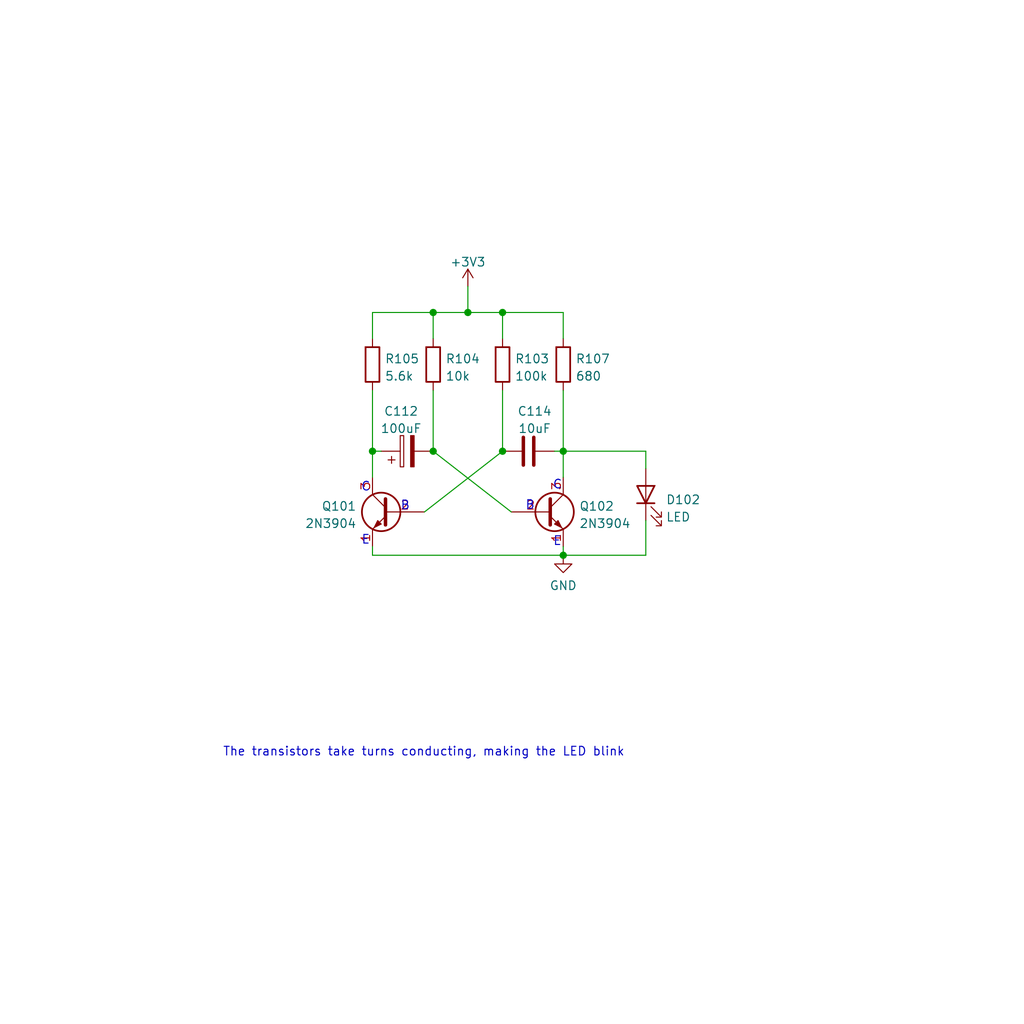
<source format=kicad_sch>
(kicad_sch (version 20211123) (generator eeschema)
  (paper "User" 150.012 150.012)
  (lib_symbols
    (symbol "Device:C" (pin_numbers hide) (pin_names (offset 0.254))
      (property "Reference" "C" (at 0.635 2.54 0))
      (property "Value" "C" (at 0.635 -2.54 0))
      (symbol "C_0_1"
        (polyline (pts (xy -2.032 -0.762) (xy 2.032 -0.762)) (stroke (width 0.508)))
        (polyline (pts (xy -2.032 0.762) (xy 2.032 0.762)) (stroke (width 0.508)))
      )
      (symbol "C_1_1"
        (pin passive line (at 0 3.81 270) (length 2.794) (name "~") (number "1"))
        (pin passive line (at 0 -3.81 90) (length 2.794) (name "~") (number "2"))
      )
    )
    (symbol "Device:C_Polarized" (pin_numbers hide) (pin_names (offset 0.254))
      (property "Reference" "C" (at 0.635 2.54 0))
      (property "Value" "C_Polarized" (at 0.635 -2.54 0))
      (symbol "C_Polarized_0_1"
        (rectangle (start -2.286 0.508) (end 2.286 1.016))
        (polyline (pts (xy -1.778 2.286) (xy -0.762 2.286)))
        (polyline (pts (xy -1.27 2.794) (xy -1.27 1.778)))
        (rectangle (start 2.286 -0.508) (end -2.286 -1.016) (fill (type outline)))
      )
      (symbol "C_Polarized_1_1"
        (pin passive line (at 0 3.81 270) (length 2.794) (name "~") (number "1"))
        (pin passive line (at 0 -3.81 90) (length 2.794) (name "~") (number "2"))
      )
    )
    (symbol "Device:LED" (pin_numbers hide) (pin_names (offset 1.016) hide)
      (property "Reference" "D" (at 0 2.54 0))
      (property "Value" "LED" (at 0 -2.54 0))
      (symbol "LED_0_1"
        (polyline (pts (xy -1.27 -1.27) (xy -1.27 1.27)) (stroke (width 0.254)))
        (polyline (pts (xy -1.27 0) (xy 1.27 0)))
        (polyline (pts (xy 1.27 -1.27) (xy 1.27 1.27) (xy -1.27 0) (xy 1.27 -1.27)) (stroke (width 0.254)))
        (polyline (pts (xy -3.048 -0.762) (xy -4.572 -2.286) (xy -3.81 -2.286) (xy -4.572 -2.286) (xy -4.572 -1.524)))
        (polyline (pts (xy -1.778 -0.762) (xy -3.302 -2.286) (xy -2.54 -2.286) (xy -3.302 -2.286) (xy -3.302 -1.524)))
      )
      (symbol "LED_1_1"
        (pin passive line (at -3.81 0 0) (length 2.54) (name "K") (number "1"))
        (pin passive line (at 3.81 0 180) (length 2.54) (name "A") (number "2"))
      )
    )
    (symbol "Device:R" (pin_numbers hide) (pin_names (offset 0))
      (property "Reference" "R" (at 2.032 0 90))
      (property "Value" "R" (at 0 0 90))
      (symbol "R_0_1"
        (rectangle (start -1.016 -2.54) (end 1.016 2.54) (stroke (width 0.254)))
      )
      (symbol "R_1_1"
        (pin passive line (at 0 3.81 270) (length 1.27) (name "~") (number "1"))
        (pin passive line (at 0 -3.81 90) (length 1.27) (name "~") (number "2"))
      )
    )
    (symbol "Transistor_BJT:2N3904" (pin_names (offset 0) hide)
      (property "Reference" "Q" (at 5.08 1.905 0))
      (property "Value" "2N3904" (at 5.08 0 0))
      (symbol "2N3904_0_1"
        (polyline (pts (xy 0.635 0.635) (xy 2.54 2.54)))
        (polyline (pts (xy 0.635 -0.635) (xy 2.54 -2.54) (xy 2.54 -2.54)))
        (polyline (pts (xy 0.635 1.905) (xy 0.635 -1.905) (xy 0.635 -1.905)) (stroke (width 0.508)))
        (polyline (pts (xy 1.27 -1.778) (xy 1.778 -1.27) (xy 2.286 -2.286) (xy 1.27 -1.778) (xy 1.27 -1.778)) (fill (type outline)))
        (circle (center 1.27 0) (radius 2.8194) (stroke (width 0.254)))
      )
      (symbol "2N3904_1_1"
        (pin passive line (at 2.54 -5.08 90) (length 2.54) (name "E") (number "1"))
        (pin passive line (at -5.08 0 0) (length 5.715) (name "B") (number "2"))
        (pin passive line (at 2.54 5.08 270) (length 2.54) (name "C") (number "3"))
      )
    )
    (symbol "power:+3V3" (power) (pin_names (offset 0))
      (property "Value" "+3V3" (at 0 3.556 0))
      (symbol "+3V3_0_1"
        (polyline (pts (xy -0.762 1.27) (xy 0 2.54)))
        (polyline (pts (xy 0 0) (xy 0 2.54)))
        (polyline (pts (xy 0 2.54) (xy 0.762 1.27)))
      )
      (symbol "+3V3_1_1"
        (pin power_in line (at 0 0 90) (length 0) hide (name "+3V3") (number "1"))
      )
    )
    (symbol "power:GND" (power) (pin_names (offset 0))
      (property "Value" "GND" (at 0 -3.81 0))
      (symbol "GND_0_1"
        (polyline (pts (xy 0 0) (xy 0 -1.27) (xy 1.27 -1.27) (xy 0 -2.54) (xy -1.27 -1.27) (xy 0 -1.27)))
      )
      (symbol "GND_1_1"
        (pin power_in line (at 0 0 270) (length 0) hide (name "GND") (number "1"))
      )
    )
  )
  (junction (at 73.6092 66.0908))
  (junction (at 54.5592 66.0908))
  (junction (at 68.5292 45.7708))
  (junction (at 82.4992 66.0908))
  (junction (at 63.4492 45.7708))
  (junction (at 73.6092 45.7708))
  (junction (at 63.4492 66.0908))
  (junction (at 82.4992 81.3308))
  (wire (pts (xy 54.5592 81.3308) (xy 82.4992 81.3308)))
  (wire (pts (xy 54.5592 69.9008) (xy 54.5592 66.0908)))
  (wire (pts (xy 62.1792 74.9808) (xy 73.6092 66.0908)))
  (wire (pts (xy 54.5592 45.7708) (xy 63.4492 45.7708)))
  (wire (pts (xy 63.4492 45.7708) (xy 63.4492 49.5808)))
  (wire (pts (xy 82.4992 57.2008) (xy 82.4992 66.0908)))
  (wire (pts (xy 54.5592 49.5808) (xy 54.5592 45.7708)))
  (wire (pts (xy 94.5896 66.0908) (xy 82.4992 66.0908)))
  (wire (pts (xy 63.4492 45.7708) (xy 68.5292 45.7708)))
  (wire (pts (xy 73.6092 57.2008) (xy 73.6092 66.0908)))
  (wire (pts (xy 54.5592 57.2008) (xy 54.5592 66.0908)))
  (wire (pts (xy 54.5592 66.0908) (xy 55.8292 66.0908)))
  (wire (pts (xy 73.6092 45.7708) (xy 73.6092 49.5808)))
  (wire (pts (xy 63.4492 57.2008) (xy 63.4492 66.0908)))
  (wire (pts (xy 73.6092 45.7708) (xy 82.4992 45.7708)))
  (wire (pts (xy 54.5592 80.0608) (xy 54.5592 81.3308)))
  (wire (pts (xy 81.2292 66.0908) (xy 82.4992 66.0908)))
  (wire (pts (xy 82.4992 81.3308) (xy 82.4992 80.0608)))
  (wire (pts (xy 94.5896 68.6308) (xy 94.5896 66.0908)))
  (wire (pts (xy 68.5292 45.7708) (xy 73.6092 45.7708)))
  (wire (pts (xy 82.4992 66.0908) (xy 82.4992 69.9008)))
  (wire (pts (xy 68.5292 41.9608) (xy 68.5292 45.7708)))
  (wire (pts (xy 74.8792 74.9808) (xy 63.4492 66.0908)))
  (wire (pts (xy 94.5896 81.3308) (xy 94.5896 76.2508)))
  (wire (pts (xy 82.4992 45.7708) (xy 82.4992 49.5808)))
  (wire (pts (xy 82.4992 81.3308) (xy 94.5896 81.3308)))
  (text "E" (at 54.2544 79.9592 180) (effects (font (size 1.27 1.27)) (justify right bottom)))
  (text "The transistors take turns conducting, making the LED blink" (at 32.6136 110.998 0) (effects (font (size 1.27 1.27)) (justify left bottom)))
  (text "C" (at 54.3052 72.1868 180) (effects (font (size 1.27 1.27)) (justify right bottom)))
  (text "B" (at 60.0964 74.93 180) (effects (font (size 1.27 1.27)) (justify right bottom)))
  (text "E" (at 80.9752 80.1624 0) (effects (font (size 1.27 1.27)) (justify left bottom)))
  (text "B" (at 76.9112 74.8792 0) (effects (font (size 1.27 1.27)) (justify left bottom)))
  (text "C" (at 80.9244 71.882 0) (effects (font (size 1.27 1.27)) (justify left bottom)))
  (symbol (lib_id "Device:R") (at 73.6092 53.3908 0) (unit 1)
    (property "Reference" "R103" (at 75.3872 52.5561 0) (effects (justify left)))
    (property "Value" "100k" (at 75.3872 55.093 0) (effects (justify left)))
  )
  (symbol (lib_id "Transistor_BJT:2N3904") (at 79.9592 74.9808 0) (unit 1)
    (property "Reference" "Q102" (at 84.8106 74.1461 0) (effects (justify left)))
    (property "Value" "2N3904" (at 84.8106 76.683 0) (effects (justify left)))
    (property "Footprint" "Package_TO_SOT_THT:TO-92_Inline" (effects hide))
    (property "Datasheet" "https://www.onsemi.com/pub/Collateral/2N3903-D.PDF" (effects hide))
  )
  (symbol (lib_id "power:GND") (at 82.4992 81.3308 0) (unit 1)
    (property "Reference" "#PWR018" (effects hide))
    (property "Value" "GND" (at 82.4992 85.7742 0))
  )
  (symbol (lib_id "Device:C") (at 77.4192 66.0908 270) (unit 1)
    (property "Reference" "C114" (at 78.3082 60.232 90))
    (property "Value" "10uF" (at 78.3082 62.7689 90))
  )
  (symbol (lib_id "Device:C_Polarized") (at 59.6392 66.0908 90) (unit 1)
    (property "Reference" "C112" (at 58.7502 60.232 90))
    (property "Value" "100uF" (at 58.7502 62.7689 90))
  )
  (symbol (lib_id "Device:LED") (at 94.5896 72.4408 90) (unit 1)
    (property "Reference" "D102" (at 97.5106 73.1936 90) (effects (justify right)))
    (property "Value" "LED" (at 97.5106 75.7305 90) (effects (justify right)))
  )
  (symbol (lib_id "Device:R") (at 82.4992 53.3908 0) (unit 1)
    (property "Reference" "R107" (at 84.2772 52.5561 0) (effects (justify left)))
    (property "Value" "680" (at 84.2772 55.093 0) (effects (justify left)))
  )
  (symbol (lib_id "Device:R") (at 63.4492 53.3908 0) (unit 1)
    (property "Reference" "R104" (at 65.2272 52.5561 0) (effects (justify left)))
    (property "Value" "10k" (at 65.2272 55.093 0) (effects (justify left)))
  )
  (symbol (lib_id "power:+3V3") (at 68.5292 41.9608 0) (unit 1)
    (property "Reference" "#PWR?" (effects hide))
    (property "Value" "+3V3" (at 68.5292 38.385 0))
  )
  (symbol (lib_id "Device:R") (at 54.5592 53.3908 0) (unit 1)
    (property "Reference" "R105" (at 56.3372 52.5561 0) (effects (justify left)))
    (property "Value" "5.6k" (at 56.3372 55.093 0) (effects (justify left)))
  )
  (symbol (lib_id "Transistor_BJT:2N3904") (at 57.0992 74.9808 0) (mirror y) (unit 1)
    (property "Reference" "Q101" (at 52.2479 74.1461 0) (effects (justify left)))
    (property "Value" "2N3904" (at 52.2479 76.683 0) (effects (justify left)))
    (property "Footprint" "Package_TO_SOT_THT:TO-92_Inline" (effects hide))
    (property "Datasheet" "https://www.onsemi.com/pub/Collateral/2N3903-D.PDF" (effects hide))
  )
)
</source>
